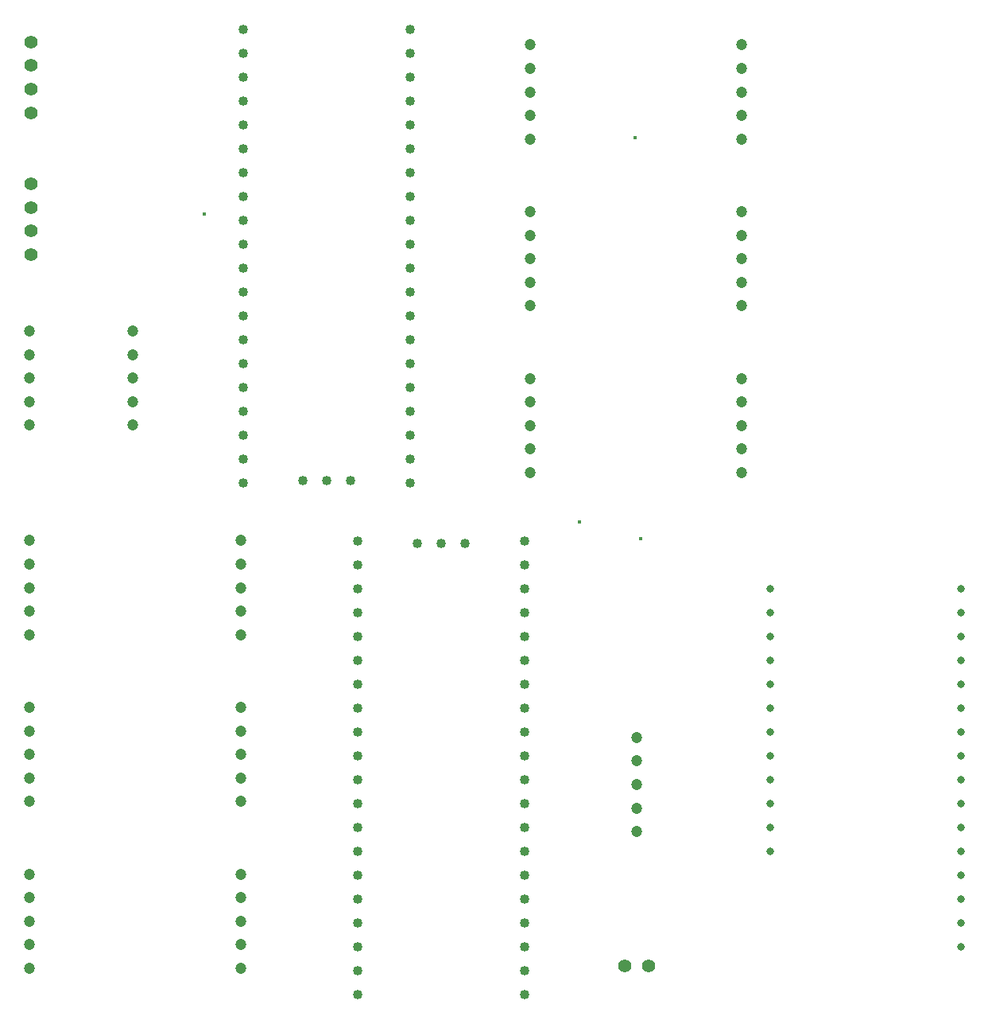
<source format=gbr>
%TF.GenerationSoftware,KiCad,Pcbnew,(6.0.7)*%
%TF.CreationDate,2022-10-24T13:35:31+01:00*%
%TF.ProjectId,Interface,496e7465-7266-4616-9365-2e6b69636164,rev?*%
%TF.SameCoordinates,Original*%
%TF.FileFunction,Plated,1,2,PTH,Drill*%
%TF.FilePolarity,Positive*%
%FSLAX46Y46*%
G04 Gerber Fmt 4.6, Leading zero omitted, Abs format (unit mm)*
G04 Created by KiCad (PCBNEW (6.0.7)) date 2022-10-24 13:35:31*
%MOMM*%
%LPD*%
G01*
G04 APERTURE LIST*
%TA.AperFunction,ViaDrill*%
%ADD10C,0.400000*%
%TD*%
%TA.AperFunction,ComponentDrill*%
%ADD11C,0.800000*%
%TD*%
%TA.AperFunction,ComponentDrill*%
%ADD12C,1.020000*%
%TD*%
%TA.AperFunction,ComponentDrill*%
%ADD13C,1.200000*%
%TD*%
%TA.AperFunction,ComponentDrill*%
%ADD14C,1.400000*%
%TD*%
G04 APERTURE END LIST*
D10*
X36218100Y-33823100D03*
X76214800Y-66537600D03*
X82118700Y-25650000D03*
X82685700Y-68353900D03*
D11*
%TO.C,A1*%
X96482500Y-73700000D03*
X96482500Y-76240000D03*
X96482500Y-78780000D03*
X96482500Y-81320000D03*
X96482500Y-83860000D03*
X96482500Y-86400000D03*
X96482500Y-88940000D03*
X96482500Y-91480000D03*
X96482500Y-94020000D03*
X96482500Y-96560000D03*
X96482500Y-99100000D03*
X96482500Y-101640000D03*
X116802500Y-73700000D03*
X116802500Y-76240000D03*
X116802500Y-78780000D03*
X116802500Y-81320000D03*
X116802500Y-83860000D03*
X116802500Y-86400000D03*
X116802500Y-88940000D03*
X116802500Y-91480000D03*
X116802500Y-94020000D03*
X116802500Y-96560000D03*
X116802500Y-99100000D03*
X116802500Y-101640000D03*
X116802500Y-104180000D03*
X116802500Y-106720000D03*
X116802500Y-109260000D03*
X116802500Y-111800000D03*
D12*
%TO.C,U1*%
X40360000Y-14120000D03*
X40360000Y-16660000D03*
X40360000Y-19200000D03*
X40360000Y-21740000D03*
X40360000Y-24280000D03*
X40360000Y-26820000D03*
X40360000Y-29360000D03*
X40360000Y-31900000D03*
X40360000Y-34440000D03*
X40360000Y-36980000D03*
X40360000Y-39520000D03*
X40360000Y-42060000D03*
X40360000Y-44600000D03*
X40360000Y-47140000D03*
X40360000Y-49680000D03*
X40360000Y-52220000D03*
X40360000Y-54760000D03*
X40360000Y-57300000D03*
X40360000Y-59840000D03*
X40360000Y-62380000D03*
X46710000Y-62150000D03*
X49250000Y-62150000D03*
X51790000Y-62150000D03*
%TO.C,U2*%
X52610000Y-68620000D03*
X52610000Y-71160000D03*
X52610000Y-73700000D03*
X52610000Y-76240000D03*
X52610000Y-78780000D03*
X52610000Y-81320000D03*
X52610000Y-83860000D03*
X52610000Y-86400000D03*
X52610000Y-88940000D03*
X52610000Y-91480000D03*
X52610000Y-94020000D03*
X52610000Y-96560000D03*
X52610000Y-99100000D03*
X52610000Y-101640000D03*
X52610000Y-104180000D03*
X52610000Y-106720000D03*
X52610000Y-109260000D03*
X52610000Y-111800000D03*
X52610000Y-114340000D03*
X52610000Y-116880000D03*
%TO.C,U1*%
X58140000Y-14120000D03*
X58140000Y-16660000D03*
X58140000Y-19200000D03*
X58140000Y-21740000D03*
X58140000Y-24280000D03*
X58140000Y-26820000D03*
X58140000Y-29360000D03*
X58140000Y-31900000D03*
X58140000Y-34440000D03*
X58140000Y-36980000D03*
X58140000Y-39520000D03*
X58140000Y-42060000D03*
X58140000Y-44600000D03*
X58140000Y-47140000D03*
X58140000Y-49680000D03*
X58140000Y-52220000D03*
X58140000Y-54760000D03*
X58140000Y-57300000D03*
X58140000Y-59840000D03*
X58140000Y-62380000D03*
%TO.C,U2*%
X58960000Y-68850000D03*
X61500000Y-68850000D03*
X64040000Y-68850000D03*
X70390000Y-68620000D03*
X70390000Y-71160000D03*
X70390000Y-73700000D03*
X70390000Y-76240000D03*
X70390000Y-78780000D03*
X70390000Y-81320000D03*
X70390000Y-83860000D03*
X70390000Y-86400000D03*
X70390000Y-88940000D03*
X70390000Y-91480000D03*
X70390000Y-94020000D03*
X70390000Y-96560000D03*
X70390000Y-99100000D03*
X70390000Y-101640000D03*
X70390000Y-104180000D03*
X70390000Y-106720000D03*
X70390000Y-109260000D03*
X70390000Y-111800000D03*
X70390000Y-114340000D03*
X70390000Y-116880000D03*
D13*
%TO.C,J3*%
X17575000Y-46250000D03*
X17575000Y-48750000D03*
X17575000Y-51250000D03*
X17575000Y-53750000D03*
X17575000Y-56250000D03*
%TO.C,J7*%
X17575000Y-68550000D03*
X17575000Y-71050000D03*
X17575000Y-73550000D03*
X17575000Y-76050000D03*
X17575000Y-78550000D03*
%TO.C,J9*%
X17575000Y-86300000D03*
X17575000Y-88800000D03*
X17575000Y-91300000D03*
X17575000Y-93800000D03*
X17575000Y-96300000D03*
%TO.C,J11*%
X17575000Y-104050000D03*
X17575000Y-106550000D03*
X17575000Y-109050000D03*
X17575000Y-111550000D03*
X17575000Y-114050000D03*
%TO.C,J4*%
X28650000Y-46250000D03*
X28650000Y-48750000D03*
X28650000Y-51250000D03*
X28650000Y-53750000D03*
X28650000Y-56250000D03*
%TO.C,J6*%
X40150000Y-68550000D03*
X40150000Y-71050000D03*
X40150000Y-73550000D03*
X40150000Y-76050000D03*
X40150000Y-78550000D03*
%TO.C,J8*%
X40150000Y-86300000D03*
X40150000Y-88800000D03*
X40150000Y-91300000D03*
X40150000Y-93800000D03*
X40150000Y-96300000D03*
%TO.C,J10*%
X40150000Y-104050000D03*
X40150000Y-106550000D03*
X40150000Y-109050000D03*
X40150000Y-111550000D03*
X40150000Y-114050000D03*
%TO.C,J15*%
X70900000Y-15800000D03*
X70900000Y-18300000D03*
X70900000Y-20800000D03*
X70900000Y-23300000D03*
X70900000Y-25800000D03*
%TO.C,J16*%
X70900000Y-33550000D03*
X70900000Y-36050000D03*
X70900000Y-38550000D03*
X70900000Y-41050000D03*
X70900000Y-43550000D03*
%TO.C,J13*%
X70900000Y-51300000D03*
X70900000Y-53800000D03*
X70900000Y-56300000D03*
X70900000Y-58800000D03*
X70900000Y-61300000D03*
%TO.C,J12*%
X82250000Y-89500000D03*
X82250000Y-92000000D03*
X82250000Y-94500000D03*
X82250000Y-97000000D03*
X82250000Y-99500000D03*
%TO.C,J17*%
X93500000Y-15800000D03*
X93500000Y-18300000D03*
X93500000Y-20800000D03*
X93500000Y-23300000D03*
X93500000Y-25800000D03*
%TO.C,J18*%
X93500000Y-33550000D03*
X93500000Y-36050000D03*
X93500000Y-38550000D03*
X93500000Y-41050000D03*
X93500000Y-43550000D03*
%TO.C,J14*%
X93500000Y-51300000D03*
X93500000Y-53800000D03*
X93500000Y-56300000D03*
X93500000Y-58800000D03*
X93500000Y-61300000D03*
D14*
%TO.C,J2*%
X17750000Y-15500000D03*
X17750000Y-18000000D03*
X17750000Y-20500000D03*
X17750000Y-23000000D03*
%TO.C,J1*%
X17750000Y-30600000D03*
X17750000Y-33100000D03*
X17750000Y-35600000D03*
X17750000Y-38100000D03*
%TO.C,J5*%
X81025000Y-113825000D03*
X83525000Y-113825000D03*
M02*

</source>
